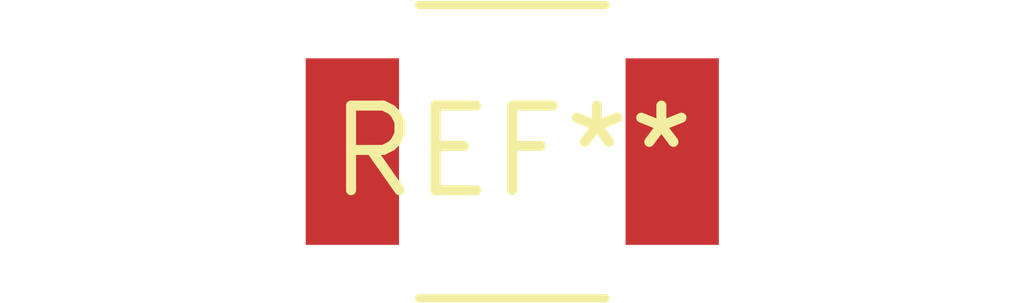
<source format=kicad_pcb>
(kicad_pcb (version 20240108) (generator pcbnew)
  (layers (0 "F.Cu" signal) (31 "B.Cu" signal) (34 "B.Paste" user) (35 "F.Paste" user) (36 "B.SilkS" user "B.Silkscreen") (37 "F.SilkS" user "F.Silkscreen") (38 "B.Mask" user) (39 "F.Mask" user) (44 "Edge.Cuts" user))
  (net 0 "")
  (footprint "L_Neosid_Ms50T" (layer "F.Cu") (at 0 0)
    (property "Reference" "REF**")
    (property "Value" "L_Neosid_Ms50T")
    (fp_line (start -1.4 2.2) (end 1.4 2.2) (layer "F.SilkS") (stroke (width 0.12)))
    (fp_line (start 1.4 -2.2) (end -1.4 -2.2) (layer "F.SilkS") (stroke (width 0.12)))
    (pad "1" smd rect (at -2.4 0) (size 1.4 2.8) (layers "F.Cu" "F.Paste" "F.Mask"))
    (pad "2" smd rect (at 2.4 0) (size 1.4 2.8) (layers "F.Cu" "F.Paste" "F.Mask"))
  )
)
</source>
